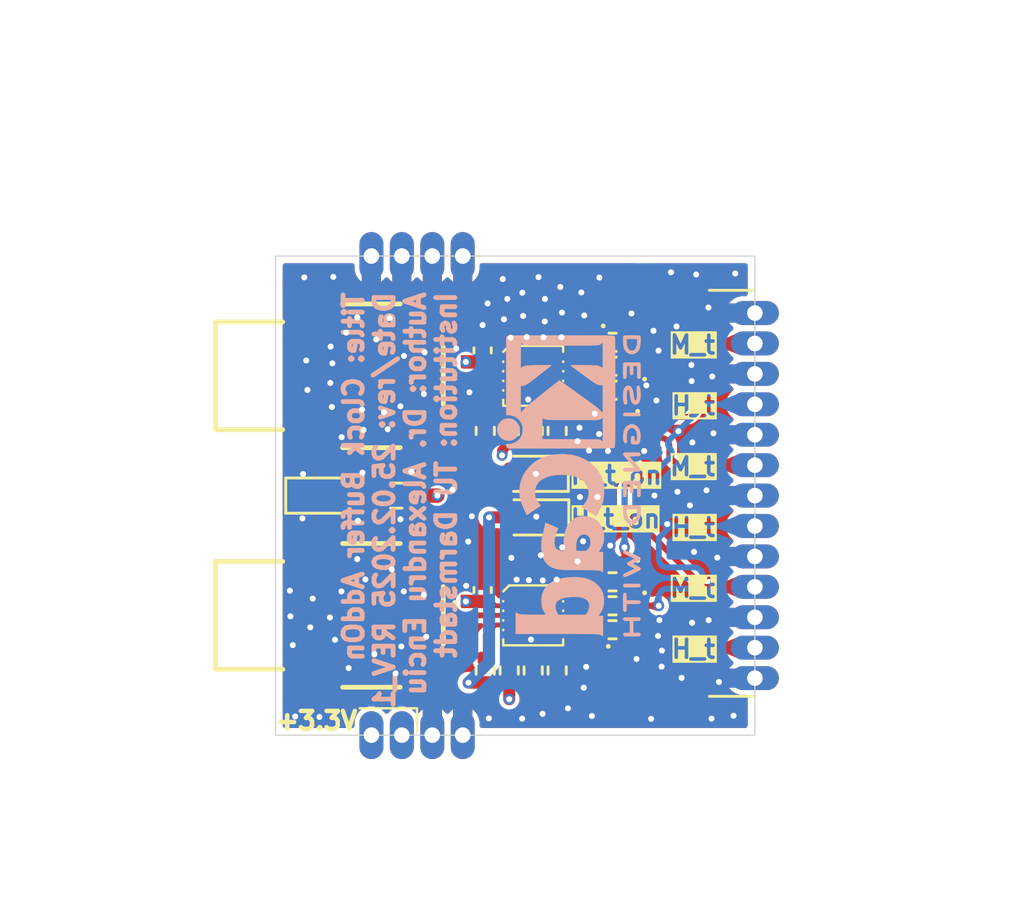
<source format=kicad_pcb>
(kicad_pcb (version 20241229) (generator "pcbnew") (generator_version "9.0")
  (title_block (title "Clock Buffer Addon") (rev "1"))
  (layers (0 "F.Cu" signal) (4 "In1.Cu" signal) (6 "In2.Cu" signal) (2 "B.Cu" signal) (13 "F.Paste" user) (15 "B.Paste" user) (5 "F.SilkS" user "F.Silkscreen") (7 "B.SilkS" user "B.Silkscreen") (1 "F.Mask" user) (3 "B.Mask" user) (25 "Edge.Cuts" user))
  (net 0 "")
  (net 1 "GND")
  (net 2 "3V3")
  (net 3 "/ClockBuffers/MasterTrigger_in")
  (net 4 "/ClockBuffers/Heimtime_in")
  (net 5 "Net-(U2-Out_3)")
  (net 6 "/ClockBuffers/MasterTrigger_out_3")
  (net 7 "/ClockBuffers/MasterTrigger_out_2")
  (net 8 "Net-(U2-Out_2)")
  (net 9 "Net-(U2-Out_1)")
  (net 10 "/ClockBuffers/MasterTrigger_out_1")
  (net 11 "/ClockBuffers/Heimtime_out_3")
  (net 12 "Net-(U4-Out_3)")
  (net 13 "Net-(U4-Out_2)")
  (net 14 "/ClockBuffers/Heimtime_out_2")
  (net 15 "Net-(U4-Out_1)")
  (net 16 "/ClockBuffers/Heimtime_out_1")
  (net 17 "/ClockBuffers/Heimtime_EN_2")
  (net 18 "/ClockBuffers/Heimtime_EN_3")
  (net 19 "/ClockBuffers/Heimtime_EN_1")
  (net 20 "/ClockBuffers/MasterTrigger_EN_3")
  (net 21 "/ClockBuffers/MasterTrigger_EN_1")
  (net 22 "/ClockBuffers/MasterTrigger_EN_2")
  (net 23 "/ClockBuffers/MasterTrigger_status")
  (net 24 "/ClockBuffers/Heimtime_status")
  (net 25 "Net-(D1-A)")
  (net 26 "Net-(D2-A)")
  (net 27 "Net-(D3-A)")
  (footprint "Resistor_SMD:R_0402_1005Metric" (layer "F.Cu") (at 99.89625 58.05 -90)
    (property "Reference" "R4" (hide yes))
    (property "Value" "0")
    (pad "1" smd roundrect (at -0.51 0 270) (size 0.54 0.64) (layers "F.Cu" "F.Mask" "F.Paste") (net 21 "/ClockBuffers/MasterTrigger_EN_1"))
    (pad "2" smd roundrect (at 0.51 0 270) (size 0.54 0.64) (layers "F.Cu" "F.Mask" "F.Paste") (net 2 "3V3"))
  )
  (footprint "Resistor_SMD:R_0402_1005Metric" (layer "F.Cu") (at 100.89625 58.05 -90)
    (property "Reference" "R8" (hide yes))
    (property "Value" "0")
    (pad "1" smd roundrect (at -0.51 0 270) (size 0.54 0.64) (layers "F.Cu" "F.Mask" "F.Paste") (net 22 "/ClockBuffers/MasterTrigger_EN_2"))
    (pad "2" smd roundrect (at 0.51 0 270) (size 0.54 0.64) (layers "F.Cu" "F.Mask" "F.Paste") (net 2 "3V3"))
  )
  (footprint "Connector_PinHeader_1.27mm:PinHeader_1x13_P1.27mm_Vertical" (layer "F.Cu") (at 109.14625 53.13)
    (property "Reference" "J3" (hide yes))
    (property "Value" "Conn_01x13_Socket" (hide yes))
    (pad "1" thru_hole oval (at 0 0) (size 2 1) (drill 0.65) (layers "*.Cu" "*.Mask") (net 1 "GND") (thermal_bridge_width 0.8) (thermal_gap 0.2))
    (pad "2" thru_hole oval (at 0 1.27) (size 2 1) (drill 0.65) (layers "*.Cu" "*.Mask") (net 6 "/ClockBuffers/MasterTrigger_out_3") (thermal_bridge_width 0.8) (thermal_gap 0.2))
    (pad "3" thru_hole oval (at 0 2.54) (size 2 1) (drill 0.65) (layers "*.Cu" "*.Mask") (net 1 "GND") (thermal_bridge_width 0.8) (thermal_gap 0.2))
    (pad "4" thru_hole oval (at 0 3.81) (size 2 1) (drill 0.65) (layers "*.Cu" "*.Mask") (net 11 "/ClockBuffers/Heimtime_out_3") (thermal_bridge_width 0.8) (thermal_gap 0.2))
    (pad "5" thru_hole oval (at 0 5.08) (size 2 1) (drill 0.65) (layers "*.Cu" "*.Mask") (net 1 "GND") (thermal_bridge_width 0.8) (thermal_gap 0.2))
    (pad "6" thru_hole oval (at 0 6.35) (size 2 1) (drill 0.65) (layers "*.Cu" "*.Mask") (net 7 "/ClockBuffers/MasterTrigger_out_2") (thermal_bridge_width 0.8) (thermal_gap 0.2))
    (pad "7" thru_hole oval (at 0 7.62) (size 2 1) (drill 0.65) (layers "*.Cu" "*.Mask") (net 1 "GND") (thermal_bridge_width 0.8) (thermal_gap 0.2))
    (pad "8" thru_hole oval (at 0 8.89) (size 2 1) (drill 0.65) (layers "*.Cu" "*.Mask") (net 14 "/ClockBuffers/Heimtime_out_2") (thermal_bridge_width 0.8) (thermal_gap 0.2))
    (pad "9" thru_hole oval (at 0 10.16) (size 2 1) (drill 0.65) (layers "*.Cu" "*.Mask") (net 1 "GND") (thermal_bridge_width 0.8) (thermal_gap 0.2))
    (pad "10" thru_hole oval (at 0 11.43) (size 2 1) (drill 0.65) (layers "*.Cu" "*.Mask") (net 10 "/ClockBuffers/MasterTrigger_out_1") (thermal_bridge_width 0.8) (thermal_gap 0.2))
    (pad "11" thru_hole oval (at 0 12.7) (size 2 1) (drill 0.65) (layers "*.Cu" "*.Mask") (net 1 "GND") (thermal_bridge_width 0.8) (thermal_gap 0.2))
    (pad "12" thru_hole oval (at 0 13.97) (size 2 1) (drill 0.65) (layers "*.Cu" "*.Mask") (net 16 "/ClockBuffers/Heimtime_out_1") (thermal_bridge_width 0.8) (thermal_gap 0.2))
    (pad "13" thru_hole oval (at 0 15.24) (size 2 1) (drill 0.65) (layers "*.Cu" "*.Mask") (net 1 "GND") (thermal_bridge_width 0.8) (thermal_gap 0.2))
  )
  (footprint "Connector_PinHeader_1.27mm:PinHeader_1x04_P1.27mm_Vertical" (layer "F.Cu") (at 96.95625 50.75 -90)
    (property "Reference" "J4" (hide yes))
    (property "Value" "Conn_01x04_Socket")
    (pad "1" thru_hole oval (at 0 0 270) (size 2 1) (drill 0.65) (layers "*.Cu" "*.Mask") (net 1 "GND") (thermal_bridge_width 0.8) (thermal_gap 0.2))
    (pad "2" thru_hole oval (at 0 1.27 270) (size 2 1) (drill 0.65) (layers "*.Cu" "*.Mask") (net 1 "GND") (thermal_bridge_width 0.8) (thermal_gap 0.2))
    (pad "3" thru_hole oval (at 0 2.54 270) (size 2 1) (drill 0.65) (layers "*.Cu" "*.Mask") (net 1 "GND") (thermal_bridge_width 0.8) (thermal_gap 0.2))
    (pad "4" thru_hole oval (at 0 3.81 270) (size 2 1) (drill 0.65) (layers "*.Cu" "*.Mask") (net 1 "GND") (thermal_bridge_width 0.8) (thermal_gap 0.2))
  )
  (footprint "Resistor_SMD:R_0402_1005Metric" (layer "F.Cu") (at 103.20625 55.35)
    (property "Reference" "R6" (hide yes))
    (property "Value" "33")
    (pad "1" smd roundrect (at -0.51 0) (size 0.54 0.64) (layers "F.Cu" "F.Mask" "F.Paste") (net 8 "Net-(U2-Out_2)"))
    (pad "2" smd roundrect (at 0.51 0) (size 0.54 0.64) (layers "F.Cu" "F.Mask" "F.Paste") (net 7 "/ClockBuffers/MasterTrigger_out_2"))
  )
  (footprint "LED_SMD:LED_0603_1608Metric" (layer "F.Cu") (at 99.87625 59.84 180)
    (property "Reference" "D2" (hide yes))
    (property "Value" "LED_yellow")
    (pad "1" smd roundrect (at -0.7875 0 180) (size 0.875 0.95) (layers "F.Cu" "F.Mask" "F.Paste") (net 1 "GND") (thermal_bridge_width 0.5) (thermal_gap 0.2))
    (pad "2" smd roundrect (at 0.7875 0 180) (size 0.875 0.95) (layers "F.Cu" "F.Mask" "F.Paste") (net 26 "Net-(D2-A)"))
  )
  (footprint "Diode_SMD:D_0201_0603Metric" (layer "F.Cu") (at 103.39625 57.23 180)
    (property "Reference" "D7" (hide yes))
    (property "Value" "SP1333-01UTG")
    (pad "1" smd roundrect (at -0.32 0 180) (size 0.46 0.4) (layers "F.Cu" "F.Mask") (net 10 "/ClockBuffers/MasterTrigger_out_1"))
    (pad "2" smd roundrect (at 0.32 0 180) (size 0.46 0.4) (layers "F.Cu" "F.Mask") (net 1 "GND"))
  )
  (footprint "AddOn_lib:SAMTEC_MCX-J-P-X-RA-SM1" (layer "F.Cu") (at 93.14625 65.75 -90)
    (property "Reference" "J2" (hide yes))
    (property "Value" "MasterTrigger" (hide yes))
    (pad "1" smd circle (at 0 0 270) (size 1.6 1.6) (layers "F.Cu" "F.Mask" "F.Paste") (net 4 "/ClockBuffers/Heimtime_in"))
    (pad "2" smd rect (at -2.54 -2.54 270) (size 1.6 1.6) (layers "F.Cu" "F.Mask" "F.Paste") (net 1 "GND") (thermal_bridge_width 0.5) (thermal_gap 0.2))
    (pad "2" smd rect (at -2.54 2.54 270) (size 1.6 1.6) (layers "F.Cu" "F.Mask" "F.Paste") (net 1 "GND") (thermal_bridge_width 0.5) (thermal_gap 0.2))
    (pad "2" smd rect (at 2.54 -2.54 270) (size 1.6 1.6) (layers "F.Cu" "F.Mask" "F.Paste") (net 1 "GND") (thermal_bridge_width 0.5) (thermal_gap 0.2))
    (pad "2" smd rect (at 2.54 2.54 270) (size 1.6 1.6) (layers "F.Cu" "F.Mask" "F.Paste") (net 1 "GND") (thermal_bridge_width 0.5) (thermal_gap 0.2))
  )
  (footprint "Diode_SMD:D_0201_0603Metric" (layer "F.Cu") (at 103.63625 67.65 -45)
    (property "Reference" "D13" (hide yes))
    (property "Value" "SP1333-01UTG")
    (pad "1" smd roundrect (at -0.32 0 315) (size 0.46 0.4) (layers "F.Cu" "F.Mask") (net 16 "/ClockBuffers/Heimtime_out_1"))
    (pad "2" smd roundrect (at 0.32 0 315) (size 0.46 0.4) (layers "F.Cu" "F.Mask") (net 1 "GND"))
  )
  (footprint "Resistor_SMD:R_0402_1005Metric" (layer "F.Cu") (at 98.89625 58.05 -90)
    (property "Reference" "R9" (hide yes))
    (property "Value" "0")
    (pad "1" smd roundrect (at -0.51 0 270) (size 0.54 0.64) (layers "F.Cu" "F.Mask" "F.Paste") (net 20 "/ClockBuffers/MasterTrigger_EN_3"))
    (pad "2" smd roundrect (at 0.51 0 270) (size 0.54 0.64) (layers "F.Cu" "F.Mask" "F.Paste") (net 2 "3V3"))
  )
  (footprint "LED_SMD:LED_0603_1608Metric" (layer "F.Cu") (at 91.05625 60.75)
    (property "Reference" "D1" (hide yes))
    (property "Value" "LED_blue")
    (pad "1" smd roundrect (at -0.7875 0) (size 0.875 0.95) (layers "F.Cu" "F.Mask" "F.Paste") (net 1 "GND"))
    (pad "2" smd roundrect (at 0.7875 0) (size 0.875 0.95) (layers "F.Cu" "F.Mask" "F.Paste") (net 25 "Net-(D1-A)"))
  )
  (footprint "Diode_SMD:D_0201_0603Metric" (layer "F.Cu") (at 103.39625 63.46 180)
    (property "Reference" "D10" (hide yes))
    (property "Value" "SP1333-01UTG")
    (pad "1" smd roundrect (at -0.32 0 180) (size 0.46 0.4) (layers "F.Cu" "F.Mask") (net 11 "/ClockBuffers/Heimtime_out_3"))
    (pad "2" smd roundrect (at 0.32 0 180) (size 0.46 0.4) (layers "F.Cu" "F.Mask") (net 1 "GND"))
  )
  (footprint "Capacitor_SMD:C_0402_1005Metric" (layer "F.Cu") (at 97.78625 64.69 90)
    (property "Reference" "C11" (hide yes))
    (property "Value" "10n")
    (pad "1" smd roundrect (at -0.48 0 90) (size 0.56 0.62) (layers "F.Cu" "F.Mask" "F.Paste") (net 2 "3V3"))
    (pad "2" smd roundrect (at 0.48 0 90) (size 0.56 0.62) (layers "F.Cu" "F.Mask" "F.Paste") (net 1 "GND"))
  )
  (footprint "Resistor_SMD:R_0402_1005Metric" (layer "F.Cu") (at 98.89625 68.05 -90)
    (property "Reference" "R3" (hide yes))
    (property "Value" "0")
    (pad "1" smd roundrect (at -0.51 0 270) (size 0.54 0.64) (layers "F.Cu" "F.Mask" "F.Paste") (net 18 "/ClockBuffers/Heimtime_EN_3"))
    (pad "2" smd roundrect (at 0.51 0 270) (size 0.54 0.64) (layers "F.Cu" "F.Mask" "F.Paste") (net 2 "3V3"))
  )
  (footprint "Diode_SMD:D_0201_0603Metric" (layer "F.Cu") (at 103.42625 53.06 45)
    (property "Reference" "D11" (hide yes))
    (property "Value" "SP1333-01UTG")
    (pad "1" smd roundrect (at -0.32 0 45) (size 0.46 0.4) (layers "F.Cu" "F.Mask") (net 6 "/ClockBuffers/MasterTrigger_out_3"))
    (pad "2" smd roundrect (at 0.32 0 45) (size 0.46 0.4) (layers "F.Cu" "F.Mask") (net 1 "GND"))
  )
  (footprint "Resistor_SMD:R_0402_1005Metric" (layer "F.Cu") (at 103.20625 54.35)
    (property "Reference" "R5" (hide yes))
    (property "Value" "33")
    (pad "1" smd roundrect (at -0.51 0) (size 0.54 0.64) (layers "F.Cu" "F.Mask" "F.Paste") (net 5 "Net-(U2-Out_3)"))
    (pad "2" smd roundrect (at 0.51 0) (size 0.54 0.64) (layers "F.Cu" "F.Mask" "F.Paste") (net 6 "/ClockBuffers/MasterTrigger_out_3"))
  )
  (footprint "Resistor_SMD:R_0402_1005Metric" (layer "F.Cu") (at 97.89625 68.05 90)
    (property "Reference" "R12" (hide yes))
    (property "Value" "680")
    (pad "1" smd roundrect (at -0.51 0 90) (size 0.54 0.64) (layers "F.Cu" "F.Mask" "F.Paste") (net 27 "Net-(D3-A)"))
    (pad "2" smd roundrect (at 0.51 0 90) (size 0.54 0.64) (layers "F.Cu" "F.Mask" "F.Paste") (net 24 "/ClockBuffers/Heimtime_status"))
  )
  (footprint "Resistor_SMD:R_0402_1005Metric" (layer "F.Cu") (at 97.89625 58.05 90)
    (property "Reference" "R11" (hide yes))
    (property "Value" "680")
    (pad "1" smd roundrect (at -0.51 0 90) (size 0.54 0.64) (layers "F.Cu" "F.Mask" "F.Paste") (net 26 "Net-(D2-A)"))
    (pad "2" smd roundrect (at 0.51 0 90) (size 0.54 0.64) (layers "F.Cu" "F.Mask" "F.Paste") (net 23 "/ClockBuffers/MasterTrigger_status"))
  )
  (footprint "AddOn_lib:SAMTEC_MCX-J-P-X-RA-SM1" (layer "F.Cu") (at 93.14625 55.75 -90)
    (property "Reference" "J1" (hide yes))
    (property "Value" "Heimtime" (hide yes))
    (pad "1" smd circle (at 0 0 270) (size 1.6 1.6) (layers "F.Cu" "F.Mask" "F.Paste") (net 3 "/ClockBuffers/MasterTrigger_in"))
    (pad "2" smd rect (at -2.54 -2.54 270) (size 1.6 1.6) (layers "F.Cu" "F.Mask" "F.Paste") (net 1 "GND") (thermal_bridge_width 0.5) (thermal_gap 0.2))
    (pad "2" smd rect (at -2.54 2.54 270) (size 1.6 1.6) (layers "F.Cu" "F.Mask" "F.Paste") (net 1 "GND") (thermal_bridge_width 0.5) (thermal_gap 0.2))
    (pad "2" smd rect (at 2.54 -2.54 270) (size 1.6 1.6) (layers "F.Cu" "F.Mask" "F.Paste") (net 1 "GND") (thermal_bridge_width 0.5) (thermal_gap 0.2))
    (pad "2" smd rect (at 2.54 2.54 270) (size 1.6 1.6) (layers "F.Cu" "F.Mask" "F.Paste") (net 1 "GND") (thermal_bridge_width 0.5) (thermal_gap 0.2))
  )
  (footprint "Resistor_SMD:R_0402_1005Metric" (layer "F.Cu") (at 99.89625 68.05 -90)
    (property "Reference" "R1" (hide yes))
    (property "Value" "0")
    (pad "1" smd roundrect (at -0.51 0 270) (size 0.54 0.64) (layers "F.Cu" "F.Mask" "F.Paste") (net 19 "/ClockBuffers/Heimtime_EN_1"))
    (pad "2" smd roundrect (at 0.51 0 270) (size 0.54 0.64) (layers "F.Cu" "F.Mask" "F.Paste") (net 2 "3V3"))
  )
  (footprint "Capacitor_SMD:C_0402_1005Metric" (layer "F.Cu") (at 97.78625 54.69 90)
    (property "Reference" "C1" (hide yes))
    (property "Value" "10n")
    (pad "1" smd roundrect (at -0.48 0 90) (size 0.56 0.62) (layers "F.Cu" "F.Mask" "F.Paste") (net 2 "3V3"))
    (pad "2" smd roundrect (at 0.48 0 90) (size 0.56 0.62) (layers "F.Cu" "F.Mask" "F.Paste") (net 1 "GND"))
  )
  (footprint "Resistor_SMD:R_0402_1005Metric" (layer "F.Cu") (at 103.20625 64.35)
    (property "Reference" "R14" (hide yes))
    (property "Value" "33")
    (pad "1" smd roundrect (at -0.51 0) (size 0.54 0.64) (layers "F.Cu" "F.Mask" "F.Paste") (net 12 "Net-(U4-Out_3)"))
    (pad "2" smd roundrect (at 0.51 0) (size 0.54 0.64) (layers "F.Cu" "F.Mask" "F.Paste") (net 11 "/ClockBuffers/Heimtime_out_3"))
  )
  (footprint "Diode_SMD:D_0201_0603Metric" (layer "F.Cu") (at 96.62625 56.07 -90)
    (property "Reference" "D5" (hide yes))
    (property "Value" "SP1333-01UTG")
    (pad "1" smd roundrect (at -0.32 0 270) (size 0.46 0.4) (layers "F.Cu" "F.Mask") (net 3 "/ClockBuffers/MasterTrigger_in"))
    (pad "2" smd roundrect (at 0.32 0 270) (size 0.46 0.4) (layers "F.Cu" "F.Mask") (net 1 "GND"))
  )
  (footprint "AddOn_lib:5PB1213NTGK8" (layer "F.Cu") (at 99.89625 55.75 -90)
    (property "Reference" "U2" (hide yes))
    (property "Value" "5PB1213NTGK8")
    (pad "1" smd rect (at -0.8 1 270) (size 0.2 0.75) (layers "F.Cu" "F.Mask" "F.Paste") (net 1 "GND") (thermal_bridge_width 0.2) (thermal_gap 0.2))
    (pad "1" smd roundrect (at 0 0 270) (size 1.5 0.95) (layers "F.Cu" "F.Mask" "F.Paste") (roundrect_rratio 0) (chamfer_ratio 0.2) (chamfer bottom_left) (net 1 "GND"))
    (pad "2" smd rect (at -0.4 1 270) (size 0.2 0.75) (layers "F.Cu" "F.Mask" "F.Paste") (net 2 "3V3"))
    (pad "3" smd rect (at 0 1 270) (size 0.2 0.75) (layers "F.Cu" "F.Mask" "F.Paste") (net 3 "/ClockBuffers/MasterTrigger_in"))
    (pad "4" smd rect (at 0.4 1 270) (size 0.2 0.75) (layers "F.Cu" "F.Mask" "F.Paste") (net 23 "/ClockBuffers/MasterTrigger_status"))
    (pad "5" smd rect (at 0.8 1 270) (size 0.2 0.75) (layers "F.Cu" "F.Mask" "F.Paste") (net 20 "/ClockBuffers/MasterTrigger_EN_3"))
    (pad "6" smd rect (at 0.8 -1 270) (size 0.2 0.75) (layers "F.Cu" "F.Mask" "F.Paste") (net 21 "/ClockBuffers/MasterTrigger_EN_1"))
    (pad "7" smd rect (at 0.4 -1 270) (size 0.2 0.75) (layers "F.Cu" "F.Mask" "F.Paste") (net 22 "/ClockBuffers/MasterTrigger_EN_2"))
    (pad "8" smd rect (at 0 -1 270) (size 0.2 0.75) (layers "F.Cu" "F.Mask" "F.Paste") (net 9 "Net-(U2-Out_1)"))
    (pad "9" smd rect (at -0.4 -1 270) (size 0.2 0.75) (layers "F.Cu" "F.Mask" "F.Paste") (net 8 "Net-(U2-Out_2)"))
    (pad "10" smd rect (at -0.8 -1 270) (size 0.2 0.75) (layers "F.Cu" "F.Mask" "F.Paste") (net 5 "Net-(U2-Out_3)"))
  )
  (footprint "Resistor_SMD:R_0402_1005Metric" (layer "F.Cu") (at 103.20625 66.35)
    (property "Reference" "R16" (hide yes))
    (property "Value" "33")
    (pad "1" smd roundrect (at -0.51 0) (size 0.54 0.64) (layers "F.Cu" "F.Mask" "F.Paste") (net 15 "Net-(U4-Out_1)"))
    (pad "2" smd roundrect (at 0.51 0) (size 0.54 0.64) (layers "F.Cu" "F.Mask" "F.Paste") (net 16 "/ClockBuffers/Heimtime_out_1"))
  )
  (footprint "Diode_SMD:D_0201_0603Metric" (layer "F.Cu") (at 104.54625 55.03 90)
    (property "Reference" "D9" (hide yes))
    (property "Value" "SP1333-01UTG")
    (pad "1" smd roundrect (at -0.32 0 90) (size 0.46 0.4) (layers "F.Cu" "F.Mask") (net 7 "/ClockBuffers/MasterTrigger_out_2"))
    (pad "2" smd roundrect (at 0.32 0 90) (size 0.46 0.4) (layers "F.Cu" "F.Mask") (net 1 "GND"))
  )
  (footprint "Diode_SMD:D_0201_0603Metric" (layer "F.Cu") (at 96.62625 66.07 -90)
    (property "Reference" "D6" (hide yes))
    (property "Value" "SP1333-01UTG")
    (pad "1" smd roundrect (at -0.32 0 270) (size 0.46 0.4) (layers "F.Cu" "F.Mask") (net 4 "/ClockBuffers/Heimtime_in"))
    (pad "2" smd roundrect (at 0.32 0 270) (size 0.46 0.4) (layers "F.Cu" "F.Mask") (net 1 "GND"))
  )
  (footprint "Connector_PinHeader_1.27mm:PinHeader_1x04_P1.27mm_Vertical" (layer "F.Cu") (at 96.95625 70.75 -90)
    (property "Reference" "J5" (hide yes))
    (property "Value" "Conn_01x04_Socket")
    (pad "1" thru_hole oval (at 0 0 270) (size 2 1) (drill 0.65) (layers "*.Cu" "*.Mask") (net 1 "GND") (thermal_bridge_width 0.8) (thermal_gap 0.2))
    (pad "2" thru_hole oval (at 0 1.27 270) (size 2 1) (drill 0.65) (layers "*.Cu" "*.Mask") (net 1 "GND") (thermal_bridge_width 0.8) (thermal_gap 0.2))
    (pad "3" thru_hole oval (at 0 2.54 270) (size 2 1) (drill 0.65) (layers "*.Cu" "*.Mask") (net 2 "3V3"))
    (pad "4" thru_hole oval (at 0 3.81 270) (size 2 1) (drill 0.65) (layers "*.Cu" "*.Mask") (net 2 "3V3"))
  )
  (footprint "Resistor_SMD:R_0402_1005Metric" (layer "F.Cu") (at 100.89625 68.05 -90)
    (property "Reference" "R2" (hide yes))
    (property "Value" "0")
    (pad "1" smd roundrect (at -0.51 0 270) (size 0.54 0.64) (layers "F.Cu" "F.Mask" "F.Paste") (net 17 "/ClockBuffers/Heimtime_EN_2"))
    (pad "2" smd roundrect (at 0.51 0 270) (size 0.54 0.64) (layers "F.Cu" "F.Mask" "F.Paste") (net 2 "3V3"))
  )
  (footprint "Resistor_SMD:R_0402_1005Metric" (layer "F.Cu") (at 103.20625 56.35)
    (property "Reference" "R7" (hide yes))
    (property "Value" "33")
    (pad "1" smd roundrect (at -0.51 0) (size 0.54 0.64) (layers "F.Cu" "F.Mask" "F.Paste") (net 9 "Net-(U2-Out_1)"))
    (pad "2" smd roundrect (at 0.51 0) (size 0.54 0.64) (layers "F.Cu" "F.Mask" "F.Paste") (net 10 "/ClockBuffers/MasterTrigger_out_1"))
  )
  (footprint "Diode_SMD:D_0201_0603Metric" (layer "F.Cu") (at 104.54625 65.67 -90)
    (property "Reference" "D8" (hide yes))
    (property "Value" "SP1333-01UTG")
    (pad "1" smd roundrect (at -0.32 0 270) (size 0.46 0.4) (layers "F.Cu" "F.Mask") (net 14 "/ClockBuffers/Heimtime_out_2"))
    (pad "2" smd roundrect (at 0.32 0 270) (size 0.46 0.4) (layers "F.Cu" "F.Mask") (net 1 "GND"))
  )
  (footprint "Resistor_SMD:R_0603_1608Metric" (layer "F.Cu") (at 94.18625 60.75)
    (property "Reference" "R10" (hide yes))
    (property "Value" "0")
    (pad "1" smd roundrect (at -0.825 0) (size 0.8 0.95) (layers "F.Cu" "F.Mask" "F.Paste") (net 25 "Net-(D1-A)"))
    (pad "2" smd roundrect (at 0.825 0) (size 0.8 0.95) (layers "F.Cu" "F.Mask" "F.Paste") (net 2 "3V3"))
  )
  (footprint "AddOn_lib:5PB1213NTGK8" (layer "F.Cu") (at 99.89625 65.75 -90)
    (property "Reference" "U4" (hide yes))
    (property "Value" "5PB1213NTGK8")
    (pad "1" smd rect (at -0.8 1 270) (size 0.2 0.75) (layers "F.Cu" "F.Mask" "F.Paste") (net 1 "GND") (thermal_bridge_width 0) (thermal_gap 0))
    (pad "1" smd roundrect (at 0 0 270) (size 1.5 0.95) (layers "F.Cu" "F.Mask" "F.Paste") (roundrect_rratio 0) (chamfer_ratio 0.2) (chamfer bottom_left) (net 1 "GND"))
    (pad "2" smd rect (at -0.4 1 270) (size 0.2 0.75) (layers "F.Cu" "F.Mask" "F.Paste") (net 2 "3V3"))
    (pad "3" smd rect (at 0 1 270) (size 0.2 0.75) (layers "F.Cu" "F.Mask" "F.Paste") (net 4 "/ClockBuffers/Heimtime_in"))
    (pad "4" smd rect (at 0.4 1 270) (size 0.2 0.75) (layers "F.Cu" "F.Mask" "F.Paste") (net 24 "/ClockBuffers/Heimtime_status"))
    (pad "5" smd rect (at 0.8 1 270) (size 0.2 0.75) (layers "F.Cu" "F.Mask" "F.Paste") (net 18 "/ClockBuffers/Heimtime_EN_3"))
    (pad "6" smd rect (at 0.8 -1 270) (size 0.2 0.75) (layers "F.Cu" "F.Mask" "F.Paste") (net 19 "/ClockBuffers/Heimtime_EN_1"))
    (pad "7" smd rect (at 0.4 -1 270) (size 0.2 0.75) (layers "F.Cu" "F.Mask" "F.Paste") (net 17 "/ClockBuffers/Heimtime_EN_2"))
    (pad "8" smd rect (at 0 -1 270) (size 0.2 0.75) (layers "F.Cu" "F.Mask" "F.Paste") (net 15 "Net-(U4-Out_1)"))
    (pad "9" smd rect (at -0.4 -1 270) (size 0.2 0.75) (layers "F.Cu" "F.Mask" "F.Paste") (net 13 "Net-(U4-Out_2)"))
    (pad "10" smd rect (at -0.8 -1 270) (size 0.2 0.75) (layers "F.Cu" "F.Mask" "F.Paste") (net 12 "Net-(U4-Out_3)"))
  )
  (footprint "Resistor_SMD:R_0402_1005Metric" (layer "F.Cu") (at 103.20625 65.35)
    (property "Reference" "R15" (hide yes))
    (property "Value" "33")
    (pad "1" smd roundrect (at -0.51 0) (size 0.54 0.64) (layers "F.Cu" "F.Mask" "F.Paste") (net 13 "Net-(U4-Out_2)"))
    (pad "2" smd roundrect (at 0.51 0) (size 0.54 0.64) (layers "F.Cu" "F.Mask" "F.Paste") (net 14 "/ClockBuffers/Heimtime_out_2"))
  )
  (footprint "LED_SMD:LED_0603_1608Metric" (layer "F.Cu") (at 99.89625 61.66 180)
    (property "Reference" "D3" (hide yes))
    (property "Value" "LED_red")
    (pad "1" smd roundrect (at -0.7875 0 180) (size 0.875 0.95) (layers "F.Cu" "F.Mask" "F.Paste") (net 1 "GND"))
    (pad "2" smd roundrect (at 0.7875 0 180) (size 0.875 0.95) (layers "F.Cu" "F.Mask" "F.Paste") (net 27 "Net-(D3-A)"))
  )
  (footprint "Symbol:KiCad-Logo2_5mm_SilkScreen" (layer "B.Cu") (at 101.37625 60.338 -90)
    (property "Reference" "REF**" (hide yes))
    (property "Value" "KiCad-Logo2_5mm_SilkScreen" (hide yes))
  )
  (gr_rect (start 89.54625 56.9) (end 89.76625 59.48) (stroke (width 0.2)) (fill yes) (layer "F.Cu") (net 1))
  (gr_rect (start 89.54625 67.05) (end 89.76625 69.63) (stroke (width 0.2)) (fill yes) (layer "F.Cu") (net 1))
  (gr_rect (start 96.96625 64.99) (end 97.99625 65.35) (stroke (width 0.2)) (fill yes) (layer "F.Cu") (net 2))
  (gr_rect (start 96.97625 54.99) (end 97.99625 55.35) (stroke (width 0.2)) (fill yes) (layer "F.Cu") (net 2))
  (gr_rect (start 89.54625 62.21) (end 89.76625 64.28) (stroke (width 0.2)) (fill yes) (layer "F.Cu") (net 1))
  (gr_rect (start 89.54625 51.76) (end 89.76625 54.34) (stroke (width 0.2)) (fill yes) (layer "F.Cu") (net 1))
  (gr_line (start 95.04625 69.63) (end 92.65625 69.63) (stroke (width 0.1)) (layer "F.SilkS"))
  (gr_line (start 95.04625 70.61) (end 95.04625 69.63) (stroke (width 0.1)) (layer "F.SilkS"))
  (gr_rect (start 89.14625 50.75) (end 109.14625 70.75) (stroke (width 0.05)) (fill no) (layer "Edge.Cuts"))
  (gr_text "M_t" (at 105.51625 59.978 0) (layer "F.SilkS" knockout) (effects (font (size 0.75 0.75) (thickness 0.15) (bold yes)) (justify left bottom)))
  (gr_text "M_t" (at 105.51625 54.898 0) (layer "F.SilkS" knockout) (effects (font (size 0.75 0.75) (thickness 0.15) (bold yes)) (justify left bottom)))
  (gr_text "H_t_on" (at 101.37625 62.158 0) (layer "F.SilkS" knockout) (effects (font (size 0.75 0.75) (thickness 0.15) (bold yes)) (justify left bottom)))
  (gr_text "M_t_on" (at 101.37625 60.338 0) (layer "F.SilkS" knockout) (effects (font (size 0.75 0.75) (thickness 0.15) (bold yes)) (justify left bottom)))
  (gr_text "H_t" (at 105.587679 67.598 0) (layer "F.SilkS" knockout) (effects (font (size 0.75 0.75) (thickness 0.15) (bold yes)) (justify left bottom)))
  (gr_text "M_t" (at 105.51625 65.058 0) (layer "F.SilkS" knockout) (effects (font (size 0.75 0.75) (thickness 0.15) (bold yes)) (justify left bottom)))
  (gr_text "+3.3V" (at 89.04625 70.59 0) (layer "F.SilkS") (effects (font (size 0.75 0.75) (thickness 0.1875) (bold yes)) (justify left bottom)))
  (gr_text "H_t" (at 105.587679 57.438 0) (layer "F.SilkS" knockout) (effects (font (size 0.75 0.75) (thickness 0.15) (bold yes)) (justify left bottom)))
  (gr_text "H_t" (at 105.587679 62.518 0) (layer "F.SilkS" knockout) (effects (font (size 0.75 0.75) (thickness 0.15) (bold yes)) (justify left bottom)))
  (gr_text "Title: Clock Buffer AddOn\nDate/rev: 25.02.2025 REV_1\nAuthor: Dr. Alexandru Enciu\nInstitution: TU Darmstadt" (at 96.73625 52.16 90) (layer "B.SilkS") (effects (font (size 0.8 0.8) (thickness 0.2) (bold yes)) (justify left bottom mirror)))
  (via (at 100.21625 63.24) (size 0.45) (drill 0.25) (layers "F.Cu" "B.Cu") (net 1))
  (via (at 99.68625 56.74) (size 0.45) (drill 0.25) (layers "F.Cu" "B.Cu") (net 1))
  (via (at 98.81625 52.54) (size 0.45) (drill 0.25) (layers "F.Cu" "B.Cu") (net 1))
  (via (at 101.34625 69.63) (size 0.45) (drill 0.25) (layers "F.Cu" "B.Cu") (net 1))
  (via (at 100.00625 59.84) (size 0.45) (drill 0.25) (layers "F.Cu" "B.Cu") (net 1))
  (via (at 102.22625 58.87) (size 0.45) (drill 0.25) (layers "F.Cu" "B.Cu") (net 1))
  (via (at 107.20625 52.9) (size 0.45) (drill 0.25) (layers "F.Cu" "B.Cu") (net 1))
  (via (at 100.32625 54.14) (size 0.45) (drill 0.25) (layers "F.Cu" "B.Cu") (net 1))
  (via (at 94.35625 57.02) (size 0.45) (drill 0.25) (layers "F.Cu" "B.Cu") (net 1))
  (via (at 103.01625 58.89) (size 0.45) (drill 0.25) (layers "F.Cu" "B.Cu") (net 1))
  (via (at 95.43625 66.64) (size 0.45) (drill 0.25) (layers "F.Cu" "B.Cu") (net 1))
  (via (at 100.02625 61.63) (size 0.45) (drill 0.25) (layers "F.Cu" "B.Cu") (net 1))
  (via (at 107.12625 60.53) (size 0.45) (drill 0.25) (layers "F.Cu" "B.Cu") (net 1))
  (via (at 103.99625 53.15) (size 0.45) (drill 0.25) (layers "F.Cu" "B.Cu") (net 1))
  (via (at 107.21625 65.95) (size 0.45) (drill 0.25) (layers "F.Cu" "B.Cu") (net 1))
  (via (at 90.26625 61.7) (size 0.45) (drill 0.25) (layers "F.Cu" "B.Cu") (net 1))
  (via (at 90.69625 65.05) (size 0.45) (drill 0.25) (layers "F.Cu" "B.Cu") (net 1))
  (via (at 98.67625 53.39) (size 0.45) (drill 0.25) (layers "F.Cu" "B.Cu") (net 1))
  (via (at 105.95625 58.06) (size 0.45) (drill 0.25) (layers "F.Cu" "B.Cu") (net 1))
  (via (at 94.818289 59.752037) (size 0.45) (drill 0.25) (layers "F.Cu" "B.Cu") (net 1))
  (via (at 99.47625 53.25) (size 0.45) (drill 0.25) (layers "F.Cu" "B.Cu") (net 1))
  (via (at 105.87625 53.69) (size 0.45) (drill 0.25) (layers "F.Cu" "B.Cu") (net 1))
  (via (at 89.76625 65.79) (size 0.45) (drill 0.25) (layers "F.Cu" "B.Cu") (net 1))
  (via (at 92.77625 59.79) (size 0.45) (drill 0.25) (layers "F.Cu" "B.Cu") (net 1))
  (via (at 97.78625 53.63) (size 0.45) (drill 0.25) (layers "F.Cu" "B.Cu") (net 1))
  (via (at 106.52625 66.06) (size 0.45) (drill 0.25) (layers "F.Cu" "B.Cu") (net 1))
  (via (at 93.82625 57.98) (size 0.45) (drill 0.25) (layers "F.Cu" "B.Cu") (net 1))
  (via (at 101.10625 62.91) (size 0.45) (drill 0.25) (layers "F.Cu" "B.Cu") (net 1))
  (via (at 98.98625 63.35) (size 0.45) (drill 0.25) (layers "F.Cu" "B.Cu") (net 1))
  (via (at 97.33625 61.61) (size 0.45) (drill 0.25) (layers "F.Cu" "B.Cu") (net 1))
  (via (at 90.97625 69.99) (size 0.45) (drill 0.25) (layers "F.Cu" "B.Cu") (net 1))
  (via (at 106.43625 61.16) (size 0.45) (drill 0.25) (layers "F.Cu" "B.Cu") (net 1))
  (via (at 97.18625 62.67) (size 0.45) (drill 0.25) (layers "F.Cu" "B.Cu") (net 1))
  (via (at 90.34625 51.64) (size 0.45) (drill 0.25) (layers "F.Cu" "B.Cu") (net 1))
  (via (at 91.41625 65.84) (size 0.45) (drill 0.25) (layers "F.Cu" "B.Cu") (net 1))
  (via (at 100.87625 64.26) (size 0.45) (drill 0.25) (layers "F.Cu" "B.Cu") (net 1))
  (via (at 92.55625 63.4) (size 0.45) (drill 0.25) (layers "F.Cu" "B.Cu") (net 1))
  (via (at 100.11625 51.63) (size 0.45) (drill 0.25) (layers "F.Cu" "B.Cu") (net 1))
  (via (at 94.50625 54.92) (size 0.45) (drill 0.25) (layers "F.Cu" "B.Cu") (net 1))
  (via (at 93.34625 54.23) (size 0.45) (drill 0.25) (layers "F.Cu" "B.Cu") (net 1))
  (via (at 98.62625 51.71) (size 0.45) (drill 0.25) (layers "F.Cu" "B.Cu") (net 1))
  (via (at 92.19625 67.95) (size 0.45) (drill 0.25) (layers "F.Cu" "B.Cu") (net 1))
  (via (at 99.20625 64.26) (size 0.45) (drill 0.25) (layers "F.Cu" "B.Cu") (net 1))
  (via (at 93.66625 57.27) (size 0.45) (drill 0.25) (layers "F.Cu" "B.Cu") (net 1))
  (via (at 94.39625 67.05) (size 0.45) (drill 0.25) (layers "F.Cu" "B.Cu") (net 1))
  (via (at 107.64625 68.53) (size 0.45) (drill 0.25) (layers "F.Cu" "B.Cu") (net 1))
  (via (at 106.50625 55.97) (size 0.45) (drill 0.25) (layers "F.Cu" "B.Cu") (net 1))
  (via (at 107.36625 55.78) (size 0.45) (drill 0.25) (layers "F.Cu" "B.Cu") (net 1))
  (via (at 96.68625 54.61) (size 0.45) (drill 0.25) (layers "F.Cu" "B.Cu") (net 1))
  (via (at 99.80625 66.76) (size 0.45) (drill 0.25) (layers "F.Cu" "B.Cu") (net 1))
  (via (at 89.96625 69.97) (size 0.45) (drill 0.25) (layers "F.Cu" "B.Cu") (net 1))
  (via (at 105.164127 65.949355) (size 0.45) (drill 0.25) (layers "F.Cu" "B.Cu") (net 1))
  (via (at 100.28625 69.86) (size 0.45) (drill 0.25) (layers "F.Cu" "B.Cu") (net 1))
  (via (at 104.20625 67.57) (size 0.45) (drill 0.25) (layers "F.Cu" "B.Cu") (net 1))
  (via (at 103.110564 62.838159) (size 0.45) (drill 0.25) (layers "F.Cu" "B.Cu") (net 1))
  (via (at 105.64625 51.43) (size 0.45) (drill 0.25) (layers "F.Cu" "B.Cu") (net 1))
  (via (at 89.86625 66.99) (size 0.45) (drill 0.25) (layers "F.Cu" "B.Cu") (net 1))
  (via (at 100.37625 53.48) (size 0.45) (drill 0.25) (layers "F.Cu" "B.Cu") (net 1))
  (via (at 104.81625 70.07) (size 0.45) (drill 0.25) (layers "F.Cu" "B.Cu") (net 1))
  (via (at 105.03625 56.78) (size 0.45) (drill 0.25) (layers "F.Cu" "B.Cu") (net 1))
  (via (at 108.25625 69.94) (size 0.45) (drill 0.25) (layers "F.Cu" "B.Cu") (net 1))
  (via (at 101.74625 63.5) (size 0.45) (drill 0.25) (layers "F.Cu" "B.Cu") (net 1))
  (via (at 102.00625 68.77) (size 0.45) (drill 0.25) (layers "F.Cu" "B.Cu") (net 1))
  (via (at 92.09625 53.95) (size 0.45) (drill 0.25) (layers "F.Cu" "B.Cu") (net 1))
  (via (at 101.90625 52.27) (size 0.45) (drill 0.25) (layers "F.Cu" "B.Cu") (net 1))
  (via (at 94.15625 68.17) (size 0.45) (drill 0.25) (layers "F.Cu" "B.Cu") (net 1))
  (via (at 101.07625 54.14) (size 0.45) (drill 0.25) (layers "F.Cu" "B.Cu") (net 1))
  (via (at 104.95625 60.75) (size 0.45) (drill 0.25) (layers "F.Cu" "B.Cu") (net 1))
  (via (at 97.23625 56.44) (size 0.45) (drill 0.25) (layers "F.Cu" "B.Cu") (net 1))
  (via (at 90.59625 66.25) (size 0.45) (drill 0.25) (layers "F.Cu" "B.Cu") (net 1))
  (via (at 107.41625 58.15) (size 0.45) (drill 0.25) (layers "F.Cu" "B.Cu") (net 1))
  (via (at 107.57625 63.34) (size 0.45) (drill 0.25) (layers "F.Cu" "B.Cu") (net 1))
  (via (at 98.95625 54.16) (size 0.45) (drill 0.25) (layers "F.Cu" "B.Cu") (net 1))
  (via (at 96.522972 60.499311) (size 0.45) (drill 0.25) (layers "F.Cu" "B.Cu") (net 1))
  (via (at 91.51625 55.23) (size 0.45) (drill 0.25) (layers "F.Cu" "B.Cu") (net 1))
  (via (at 92.89625 64.25) (size 0.45) (drill 0.25) (layers "F.Cu" "B.Cu") (net 1))
  (via (at 99.43625 70.06) (size 0.45) (drill 0.25) (layers "F.Cu" "B.Cu") (net 1))
  (via (at 91.62625 66.77) (size 0.45) (drill 0.25) (layers "F.Cu" "B.Cu") (net 1))
  (via (at 101.84625 60.81) (size 0.45) (drill 0.25) (layers "F.Cu" "B.Cu") (net 1))
  (via (at 99.443773 52.281263) (size 0.45) (drill 0.25) (layers "F.Cu" "B.Cu") (net 1))
  (via (at 108.32625 51.48) (size 0.45) (drill 0.25) (layers "F.Cu" "B.Cu") (net 1))
  (via (at 100.38625 52.54) (size 0.45) (drill 0.25) (layers "F.Cu" "B.Cu") (net 1))
  (via (at 104.91625 53.87) (size 0.45) (drill 0.25) (layers "F.Cu" "B.Cu") (net 1))
  (via (at 101.09625 53.11) (size 0.45) (drill 0.25) (layers "F.Cu" "B.Cu") (net 1))
  (via (at 101.82625 57.92) (size 0.45) (drill 0.25) (layers "F.Cu" "B.Cu") (net 1))
  (via (at 105.10625 66.61) (size 0.45) (drill 0.25) (layers "F.Cu" "B.Cu") (net 1))
  (via (at 105.48625 61.94) (size 0.45) (drill 0.25) (layers "F.Cu" "B.Cu") (net 1))
  (via (at 95.36625 54.77) (size 0.45) (drill 0.25) (layers "F.Cu" "B.Cu") (net 1))
  (via (at 106.49625 55.3) (size 0.45) (drill 0.25) (layers "F.Cu" "B.Cu") (net 1))
  (via (at 99.62625 54.13) (size 0.45) (drill 0.25) (layers "F.Cu" "B.Cu") (net 1))
  (via (at 102.02625 53.23) (size 0.45) (drill 0.25) (layers "F.Cu" "B.Cu") (net 1))
  (via (at 102.10625 67.9) (size 0.45) (drill 0.25) (layers "F.Cu" "B.Cu") (net 1))
  (via (at 91.44625 54.53) (size 0.45) (drill 0.25) (layers "F.Cu" "B.Cu") (net 1))
  (via (at 105.25625 67.89) (size 0.45) (drill 0.25) (layers "F.Cu" "B.Cu") (net 1))
  (via (at 97.99625 52.73) (size 0.45) (drill 0.25) (layers "F.Cu" "B.Cu") (net 1))
  (via (at 105.12625 54.7) (size 0.45) (drill 0.25) (layers "F.Cu" "B.Cu") (net 1))
  (via (at 97.100532 64.515) (size 0.45) (drill 0.25) (layers "F.Cu" "B.Cu") (net 1))
  (via (at 90.47625 56.34) (size 0.45) (drill 0.25) (layers "F.Cu" "B.Cu") (net 1))
  (via (at 92.75625 57.16) (size 0.45) (drill 0.25) (layers "F.Cu" "B.Cu") (net 1))
  (via (at 107.33625 70.06) (size 0.45) (drill 0.25) (layers "F.Cu" "B.Cu") (net 1))
  (via (at 91.49625 57.05) (size 0.45) (drill 0.25) (layers "F.Cu" "B.Cu") (net 1))
  (via (at 99.71625 64.28) (size 0.45) (drill 0.25) (layers "F.Cu" "B.Cu") (net 1))
  (via (at 92.55625 53.31) (size 0.45) (drill 0.25) (layers "F.Cu" "B.Cu") (net 1))
  (via (at 90.42625 55.11) (size 0.45) (drill 0.25) (layers "F.Cu" "B.Cu") (net 1))
  (via (at 91.433048 56.048181) (size 0.45) (drill 0.25) (layers "F.Cu" "B.Cu") (net 1))
  (via (at 93.27625 67.37) (size 0.45) (drill 0.25) (layers "F.Cu" "B.Cu") (net 1))
  (via (at 102.65625 51.65) (size 0.45) (drill 0.25) (layers "F.Cu" "B.Cu") (net 1))
  (via (at 106.53625 58.53) (size 0.45) (drill 0.25) (layers "F.Cu" "B.Cu") (net 1))
  (via (at 94.35625 61.74) (size 0.45) (drill 0.25) (layers "F.Cu" "B.Cu") (net 1))
  (via (at 89.74625 64.72) (size 0.45) (drill 0.25) (layers "F.Cu" "B.Cu") (net 1))
  (via (at 101.74625 58.48) (size 0.45) (drill 0.25) (layers "F.Cu" "B.Cu") (net 1))
  (via (at 92.58625 61.8) (size 0.45) (drill 0.25) (layers "F.Cu" "B.Cu") (net 1))
  (via (at 102.34625 69.95) (size 0.45) (drill 0.25) (layers "F.Cu" "B.Cu") (net 1))
  (via (at 93.90625 53.34) (size 0.45) (drill 0.25) (layers "F.Cu" "B.Cu") (net 1))
  (via (at 95.33625 64.89) (size 0.45) (drill 0.25) (layers "F.Cu" "B.Cu") (net 1))
  (via (at 102.46625 57.33) (size 0.45) (drill 0.25) (layers "F.Cu" "B.Cu") (net 1))
  (via (at 106.60625 63.1) (size 0.45) (drill 0.25) (layers "F.Cu" "B.Cu") (net 1))
  (via (at 104.61625 56.15) (size 0.45) (drill 0.25) (layers "F.Cu" "B.Cu") (net 1))
  (via (at 106.69625 51.52) (size 0.45) (drill 0.25) (layers "F.Cu" "B.Cu") (net 1))
  (via (at 90.29625 59.85) (size 0.45) (drill 0.25) (layers "F.Cu" "B.Cu") (net 1))
  (via (at 91.55625 51.62) (size 0.45) (drill 0.25) (layers "F.Cu" "B.Cu") (net 1))
  (via (at 91.90625 58.31) (size 0.45) (drill 0.25) (layers "F.Cu" "B.Cu") (net 1))
  (via (at 92.81625 58.01) (size 0.45) (drill 0.25) (layers "F.Cu" "B.Cu") (net 1))
  (via (at 93.99625 63.83) (size 0.45) (drill 0.25) (layers "F.Cu" "B.Cu") (net 1))
  (via (at 100.29625 64.29) (size 0.45) (drill 0.25) (layers "F.Cu" "B.Cu") (net 1))
  (via (at 98.04625 70.05) (size 0.45) (drill 0.25) (layers "F.Cu" "B.Cu") (net 1))
  (via (at 101.02625 52.04) (size 0.45) (drill 0.25) (layers "F.Cu" "B.Cu") (net 1))
  (via (at 101.97625 62.66) (size 0.45) (drill 0.25) (layers "F.Cu" "B.Cu") (net 1))
  (via (at 94.49625 64.75) (size 0.45) (drill 0.25) (layers "F.Cu" "B.Cu") (net 1))
  (via (at 91.89625 64.75) (size 0.45) (drill 0.25) (layers "F.Cu" "B.Cu") (net 1))
  (via (at 102.64625 58.18) (size 0.45) (drill 0.25) (layers "F.Cu" "B.Cu") (net 1))
  (via (at 95.33625 56.51) (size 0.45) (drill 0.25) (layers "F.Cu" "B.Cu") (net 1))
  (via (at 104.52625 58.89) (size 0.45) (drill 0.25) (layers "F.Cu" "B.Cu") (net 1))
  (via (at 105.26625 67.22) (size 0.45) (drill 0.25) (layers "F.Cu" "B.Cu") (net 1))
  (via (at 106.08625 68.36) (size 0.45) (drill 0.25) (layers "F.Cu" "B.Cu") (net 1))
  (via (at 105.91625 60.59) (size 0.45) (drill 0.25) (layers "F.Cu" "B.Cu") (net 1))
  (via (at 102.57625 60.81) (size 0.45) (drill 0.25) (layers "F.Cu" "B.Cu") (net 1))
  (segment (start 97.96625 65.35) (end 97.78625 65.17) (width 0.2) (layer "F.Cu") (net 2))
  (segment (start 98.89625 55.35) (end 97.96625 55.35) (width 0.2) (layer "F.Cu") (net 2))
  (segment (start 95.01125 60.75) (end 95.89625 60.75) (width 0.6) (layer "F.Cu") (net 2))
  (segment (start 98.89625 69.25) (end 98.89625 68.56) (width 0.5) (layer "F.Cu") (net 2))
  (segment (start 100.89625 58.56) (end 98.89625 58.56) (width 0.245) (layer "F.Cu") (net 2))
  (segment (start 98.59625 59.07) (end 98.59625 58.86) (width 0.4) (layer "F.Cu") (net 2))
  (segment (start 98.89625 65.35) (end 97.96625 65.35) (width 0.2) (layer "F.Cu") (net 2))
  (segment (start 98.59625 58.86) (end 98.89625 58.56) (width 0.4) (layer "F.Cu") (net 2))
  (segment (start 100.90625 68.55) (end 100.89625 68.56) (width 0.245) (layer "F.Cu") (net 2))
  (segment (start 97.96625 55.35) (end 97.78625 55.17) (width 0.2) (layer "F.Cu") (net 2))
  (segment (start 97.78625 55.17) (end 97.08625 55.17) (width 0.2) (layer "F.Cu") (net 2))
  (segment (start 100.89625 68.56) (end 98.89625 68.56) (width 0.245) (layer "F.Cu") (net 2))
  (via (at 97.08625 55.17) (size 0.45) (drill 0.25) (layers "F.Cu" "B.Cu") (net 2))
  (via (at 97.08625 65.17) (size 0.45) (drill 0.25) (layers "F.Cu" "B.Cu") (net 2))
  (via (at 95.89625 60.75) (size 0.45) (drill 0.25) (layers "F.Cu" "B.Cu") (net 2))
  (via (at 98.59625 59.07) (size 0.45) (drill 0.25) (layers "F.Cu" "B.Cu") (net 2))
  (via (at 98.89625 69.25) (size 0.45) (drill 0.25) (layers "F.Cu" "B.Cu") (net 2))
  (segment (start 98.89625 55.75) (end 98.27625 55.75) (width 0.2) (layer "F.Cu") (net 3))
  (segment (start 98.27625 55.75) (end 93.14625 55.75) (width 0.245) (layer "F.Cu") (net 3))
  (segment (start 98.89625 65.75) (end 98.26625 65.75) (width 0.2) (layer "F.Cu") (net 4))
  (segment (start 98.26625 65.75) (end 93.14625 65.75) (width 0.245) (layer "F.Cu") (net 4))
  (segment (start 100.89625 54.95) (end 101.40625 54.95) (width 0.2) (layer "F.Cu") (net 5))
  (segment (start 102.00625 54.35) (end 102.69625 54.35) (width 0.2) (layer "F.Cu") (net 5))
  (segment (start 101.40625 54.95) (end 102.00625 54.35) (width 0.2) (layer "F.Cu") (net 5))
  (segment (start 106.13625 52.16) (end 106.29625 52.16) (width 0.245) (layer "F.Cu") (net 6))
  (segment (start 103.33625 52.16) (end 103.88625 52.16) (width 0.245) (layer "F.Cu") (net 6))
  (segment (start 103.71625 54.35) (end 103.76625 54.4) (width 0.245) (layer "F.Cu") (net 6))
  (segment (start 102.95625 53.04) (end 102.95625 52.54) (width 0.245) (layer "F.Cu") (net 6))
  (segment (start 104.93625 51.86) (end 104.93625 52.594684) (width 0.245) (layer "F.Cu") (net 6))
  (segment (start 104.48625 51.475301) (end 104.63625 51.475301) (width 0.245) (layer "F.Cu") (net 6))
  (segment (start 106.97625 54.43) (end 108.69375 54.43) (width 0.245) (layer "F.Cu") (net 6))
  (segment (start 106.60625 54.06) (end 106.97625 54.43) (width 0.245) (layer "F.Cu") (net 6))
  (segment (start 105.98625 52.16) (end 106.13625 52.16) (width 0.245) (layer "F.Cu") (net 6))
  (segment (start 103.71625 53.8) (end 102.95625 53.04) (width 0.245) (layer "F.Cu") (net 6))
  (segment (start 104.18625 51.86) (end 104.18625 51.775301) (width 0.245) (layer "F.Cu") (net 6))
  (segment (start 106.60625 52.47) (end 106.60625 54.06) (width 0.245) (layer "F.Cu") (net 6))
  (segment (start 108.69375 54.43) (end 108.72375 54.4) (width 0.245) (layer "F.Cu") (net 6))
  (segment (start 106.29625 52.16) (end 106.60625 52.47) (width 0.245) (layer "F.Cu") (net 6))
  (segment (start 104.93625 51.775301) (end 104.93625 51.86) (width 0.245) (layer "F.Cu") (net 6))
  (segment (start 103.71625 54.35) (end 103.71625 53.8) (width 0.245) (layer "F.Cu") (net 6))
  (segment (start 105.68625 52.594684) (end 105.68625 52.46) (width 0.245) (layer "F.Cu") (net 6))
  (segment (start 105.23625 52.894684) (end 105.38625 52.894684) (width 0.245) (layer "F.Cu") (net 6))
  (segment (start 102.95625 52.54) (end 103.33625 52.16) (width 0.245) (layer "F.Cu") (net 6))
  (arc (start 105.68625 52.46) (mid 105.774118 52.247868) (end 105.98625 52.16) (width 0.245) (layer "F.Cu") (net 6))
  (arc (start 104.18625 51.775301) (mid 104.274118 51.563169) (end 104.48625 51.475301) (width 0.245) (layer "F.Cu") (net 6))
  (arc (start 105.38625 52.894684) (mid 105.598382 52.806816) (end 105.68625 52.594684) (width 0.245) (layer "F.Cu") (net 6))
  (arc (start 104.93625 52.594684) (mid 105.024118 52.806816) (end 105.23625 52.894684) (width 0.245) (layer "F.Cu") (net 6))
  (arc (start 103.88625 52.16) (mid 104.098382 52.072132) (end 104.18625 51.86) (width 0.245) (layer "F.Cu") (net 6))
  (arc (start 104.63625 51.475301) (mid 104.848382 51.563169) (end 104.93625 51.775301) (width 0.245) (layer "F.Cu") (net 6))
  (segment (start 105.57625 58.95) (end 105.57625 59.12) (width 0.245) (layer "F.Cu") (net 7))
  (segment (start 105.57625 58.686) (end 105.57625 58.86) (width 0.245) (layer "F.Cu") (net 7))
  (segment (start 106.622823 56.946) (end 106.622823 57.12) (width 0.245) (layer "F.Cu") (net 7))
  (segment (start 105.57625 58.86) (end 105.57625 58.95) (width 0.245) (layer "F.Cu") (net 7))
  (segment (start 105.57625 55.72) (end 105.57625 56.25) (width 0.245) (layer "F.Cu") (net 7))
  (segment (start 104.529677 57.816) (end 104.529677 57.99) (width 0.245) (layer "F.Cu") (net 7))
  (segment (start 105.92425 56.598) (end 106.274823 56.598) (width 0.245) (layer "F.Cu") (net 7))
  (segment (start 105.92425 57.468) (end 104.877677 57.468) (width 0.245) (layer "F.Cu") (net 7))
  (segment (start 104.877677 58.338) (end 105.22825 58.338) (width 0.245) (layer "F.Cu") (net 7))
  (segment (start 106.274823 57.468) (end 105.92425 57.468) (width 0.245) (layer "F.Cu") (net 7))
  (segment (start 103.71625 55.35) (end 105.20625 55.35) (width 0.245) (layer "F.Cu") (net 7))
  (segment (start 105.93625 59.48) (end 108.72375 59.48) (width 0.245) (layer "F.Cu") (net 7))
  (segment (start 105.57625 59.12) (end 105.93625 59.48) (width 0.245) (layer "F.Cu") (net 7))
  (segment (start 105.20625 55.35) (end 105.57625 55.72) (width 0.245) (layer "F.Cu") (net 7))
  (arc (start 104.529677 57.99) (mid 104.631604 58.236073) (end 104.877677 58.338) (width 0.245) (layer "F.Cu") (net 7))
  (arc (start 104.877677 57.468) (mid 104.631604 57.569927) (end 104.529677 57.816) (width 0.245) (layer "F.Cu") (net 7))
  (arc (start 105.57625 56.25) (mid 105.678177 56.496073) (end 105.92425 56.598) (width 0.245) (layer "F.Cu") (net 7))
  (arc (start 106.274823 56.598) (mid 106.520896 56.699927) (end 106.622823 56.946) (width 0.245) (layer "F.Cu") (net 7))
  (arc (start 105.22825 58.338) (mid 105.474323 58.439927) (end 105.57625 58.686) (width 0.245) (layer "F.Cu") (net 7))
  (arc (start 106.622823 57.12) (mid 106.520896 57.366073) (end 106.274823 57.468) (width 0.245) (layer "F.Cu") (net 7))
  (segment (start 100.89625 55.35) (end 102.69625 55.35) (width 0.2) (layer "F.Cu") (net 8))
  (segment (start 101.68625 55.75) (end 102.28625 56.35) (width 0.2) (layer "F.Cu") (net 9))
  (segment (start 100.89625 55.75) (end 101.68625 55.75) (width 0.2) (layer "F.Cu") (net 9))
  (segment (start 102.28625 56.35) (end 102.69625 56.35) (width 0.2) (layer "F.Cu") (net 9))
  (segment (start 103.71625 56.35) (end 103.71625 59.18) (width 0.245) (layer "F.Cu") (net 10))
  (segment (start 105.207976 62.771726) (end 106.99625 64.56) (width 0.245) (layer "F.Cu") (net 10))
  (segment (start 104.332798 59.796548) (end 104.332798 59.96) (width 0.245) (layer "F.Cu") (net 10))
  (segment (start 103.71625 60.74) (end 103.71625 61.28) (width 0.245) (layer "F.Cu") (net 10))
  (segment (start 103.71625 61.28) (end 105.207976 62.771726) (width 0.245) (layer "F.Cu") (net 10))
  (segment (start 106.99625 64.56) (end 108.72375 64.56) (width 0.245) (layer "F.Cu") (net 10))
  (segment (start 103.71625 60.576548) (end 103.71625 60.74) (width 0.245) (layer "F.Cu") (net 10))
  (arc (start 104.332798 59.96) (mid 104.242507 60.177983) (end 104.024524 60.268274) (width 0.245) (layer "F.Cu") (net 10))
  (arc (start 104.024524 59.488274) (mid 104.242507 59.578565) (end 104.332798 59.796548) (width 0.245) (layer "F.Cu") (net 10))
  (arc (start 104.024524 60.268274) (mid 103.806541 60.358565) (end 103.71625 60.576548) (width 0.245) (layer "F.Cu") (net 10))
  (arc (start 103.71625 59.18) (mid 103.806541 59.397983) (end 104.024524 59.488274) (width 0.245) (layer "F.Cu") (net 10))
  (segment (start 103.71625 62.92) (end 103.71625 64.35) (width 0.245) (layer "F.Cu") (net 11))
  (segment (start 103.70625 62.91) (end 103.71625 62.92) (width 0.245) (layer "F.Cu") (net 11))
  (via (at 103.70625 62.91) (size 0.45) (drill 0.25) (layers "F.Cu" "B.Cu") (net 11))
  (segment (start 103.70625 60.3) (end 103.70625 60.980939) (width 0.245) (layer "B.Cu") (net 11))
  (segment (start 104.35268 59.653572) (end 103.861767 60.144484) (width 0.245) (layer "B.Cu") (net 11))
  (segment (start 103.861767 60.144484) (end 103.70625 60.3) (width 0.245) (layer "B.Cu") (net 11))
  (segment (start 108.72375 56.94) (end 107.06625 56.94) (width 0.245) (layer "B.Cu") (net 11))
  (segment (start 105.60125 59.16266) (end 105.110338 59.653573) (width 0.245) (layer "B.Cu") (net 11))
  (segment (start 103.70625 62.91) (end 103.70625 60.980939) (width 0.245) (layer "B.Cu") (net 11))
  (segment (start 107.06625 56.94) (end 105.60125 58.405) (width 0.245) (layer "B.Cu") (net 11))
  (arc (start 105.60125 58.78383) (mid 105.679707 58.973246) (end 105.60125 59.16266) (width 0.245) (layer "B.Cu") (net 11))
  (arc (start 105.110338 59.653573) (mid 104.920924 59.73203) (end 104.731508 59.653573) (width 0.245) (layer "B.Cu") (net 11))
  (arc (start 105.60125 58.405) (mid 105.522791 58.594416) (end 105.60125 58.78383) (width 0.245) (layer "B.Cu") (net 11))
  (arc (start 104.731508 59.653573) (mid 104.542094 59.575114) (end 104.35268 59.653572) (width 0.245) (layer "B.Cu") (net 11))
  (segment (start 101.33625 64.95) (end 101.93625 64.35) (width 0.2) (layer "F.Cu") (net 12))
  (segment (start 101.93625 64.35) (end 102.69625 64.35) (width 0.2) (layer "F.Cu") (net 12))
  (segment (start 100.89625 64.95) (end 101.33625 64.95) (width 0.2) (layer "F.Cu") (net 12))
  (segment (start 100.89625 65.35) (end 102.69625 65.35) (width 0.2) (layer "F.Cu") (net 13))
  (segment (start 105.13625 65.35) (end 103.71625 65.35) (width 0.245) (layer "F.Cu") (net 14))
  (via (at 105.13625 65.35) (size 0.45) (drill 0.25) (layers "F.Cu" "B.Cu") (net 14))
  (segment (start 105.13625 62.52) (end 105.13625 63.39) (width 0.245) (layer "B.Cu") (net 14))
  (segment (start 105.63625 62.02) (end 105.13625 62.52) (width 0.245) (layer "B.Cu") (net 14))
  (segment (start 105.13625 64.992) (end 105.13625 65.17) (width 0.245) (layer "B.Cu") (net 14))
  (segment (start 106.95705 64.102) (end 106.95705 64.28) (width 0.245) (layer "B.Cu") (net 14))
  (segment (start 105.13625 65.229399) (end 105.13625 65.35) (width 0.245) (layer "B.Cu") (net 14))
  (segment (start 108.72375 62.02) (end 105.63625 62.02) (width 0.245) (layer "B.Cu") (net 14))
  (segment (start 105.49225 63.746) (end 106.60105 63.746) (width 0.245) (layer "B.Cu") (net 14))
  (segment (start 106.60105 64.636) (end 105.49225 64.636) (width 0.245) (layer "B.Cu") (net 14))
  (segment (start 105.13625 65.17) (end 105.13625 65.229399) (width 0.245) (layer "B.Cu") (net 14))
  (arc (start 106.60105 63.746) (mid 106.85278 63.85027) (end 106.95705 64.102) (width 0.245) (layer "B.Cu") (net 14))
  (arc (start 105.49225 64.636) (mid 105.24052 64.74027) (end 105.13625 64.992) (width 0.245) (layer "B.Cu") (net 14))
  (arc (start 105.13625 63.39) (mid 105.24052 63.64173) (end 105.49225 63.746) (width 0.245) (layer "B.Cu") (net 14))
  (arc (start 106.95705 64.28) (mid 106.85278 64.53173) (end 106.60105 64.636) (width 0.245) (layer "B.Cu") (net 14))
  (segment (start 102.24625 66.35) (end 102.69625 66.35) (width 0.2) (layer "F.Cu") (net 15))
  (segment (start 100.89625 65.75) (end 101.64625 65.75) (width 0.2) (layer "F.Cu") (net 15))
  (segment (start 101.64625 65.75) (end 102.24625 66.35) (width 0.2) (layer "F.Cu") (net 15))
  (segment (start 103.06625 67.76) (end 103.06625 69.21) (width 0.245) (layer "F.Cu") (net 16))
  (segment (start 106.655309 69.400941) (end 106.78625 69.27) (width 0.245) (layer "F.Cu") (net 16))
  (segment (start 103.71625 67.11) (end 103.06625 67.76) (width 0.245) (layer "F.Cu") (net 16))
  (segment (start 103.06625 69.21) (end 103.41625 69.56) (width 0.245) (layer "F.Cu") (net 16))
  (segment (start 105.8646 69.56) (end 106.101756 69.56) (width 0.245) (layer "F.Cu") (net 16))
  (segment (start 103.71625 66.35) (end 103.71625 67.11) (width 0.245) (layer "F.Cu") (net 16))
  (segment (start 107.25625 67.1) (end 108.72375 67.1) (width 0.245) (layer "F.Cu") (net 16))
  (segment (start 103.41625 69.56) (end 103.781756 69.56) (width 0.245) (layer "F.Cu") (net 16))
  (segment (start 106.78625 69.27) (end 106.78625 67.57) (width 0.245) (layer "F.Cu") (net 16))
  (segment (start 106.78625 67.57) (end 107.25625 67.1) (width 0.245) (layer "F.Cu") (net 16))
  (segment (start 106.49625 69.56) (end 106.655309 69.400941) (width 0.245) (layer "F.Cu") (net 16))
  (segment (start 104.7046 68.637156) (end 104.941756 68.637156) (width 0.245) (layer "F.Cu") (net 16))
  (segment (start 106.101756 69.56) (end 106.49625 69.56) (width 0.245) (layer "F.Cu") (net 16))
  (arc (start 105.403178 69.098578) (mid 105.538325 69.424853) (end 105.8646 69.56) (width 0.245) (layer "F.Cu") (net 16))
  (arc (start 104.243178 69.098578) (mid 104.378325 68.772303) (end 104.7046 68.637156) (width 0.245) (layer "F.Cu") (net 16))
  (arc (start 103.781756 69.56) (mid 104.108031 69.424853) (end 104.243178 69.098578) (width 0.245) (layer "F.Cu") (net 16))
  (arc (start 104.941756 68.637156) (mid 105.268031 68.772303) (end 105.403178 69.098578) (width 0.245) (layer "F.Cu") (net 16))
  (segment (start 101.43625 66.15) (end 101.74625 66.46) (width 0.2) (layer "F.Cu") (net 17))
  (segment (start 101.74625 67.2) (end 101.40625 67.54) (width 0.2) (layer "F.Cu") (net 17))
  (segment (start 101.40625 67.54) (end 100.89625 67.54) (width 0.2) (layer "F.Cu") (net 17))
  (segment (start 100.89625 66.15) (end 101.43625 66.15) (width 0.2) (layer "F.Cu") (net 17))
  (segment (start 101.74625 66.46) (end 101.74625 67.2) (width 0.2) (layer "F.Cu") (net 17))
  (segment (start 98.89625 66.55) (end 98.89625 67.54) (width 0.2) (layer "F.Cu") (net 18))
  (segment (start 100.50625 66.93) (end 99.89625 67.54) (width 0.2) (layer "F.Cu") (net 19))
  (segment (start 100.89625 66.77) (end 100.73625 66.93) (width 0.2) (layer "F.Cu") (net 19))
  (segment (start 100.73625 66.93) (end 100.50625 66.93) (width 0.2) (layer "F.Cu") (net 19))
  (segment (start 100.89625 66.55) (end 100.89625 66.77) (width 0.2) (layer "F.Cu") (net 19))
  (segment (start 98.89625 56.55) (end 98.89625 57.54) (width 0.2) (layer "F.Cu") (net 20))
  (segment (start 100.76625 56.91) (end 100.52625 56.91) (width 0.2) (layer "F.Cu") (net 21))
  (segment (start 100.89625 56.78) (end 100.76625 56.91) (width 0.2) (layer "F.Cu") (net 21))
  (segment (start 100.89625 56.55) (end 100.89625 56.78) (width 0.2) (layer "F.Cu") (net 21))
  (segment (start 100.52625 56.91) (end 99.89625 57.54) (width 0.2) (layer "F.Cu") (net 21))
  (segment (start 101.66625 56.4) (end 101.66625 57.28) (width 0.2) (layer "F.Cu") (net 22))
  (segment (start 101.41625 56.15) (end 101.66625 56.4) (width 0.2) (layer "F.Cu") (net 22))
  (segment (start 100.89625 56.15) (end 101.41625 56.15) (width 0.2) (layer "F.Cu") (net 22))
  (segment (start 101.40625 57.54) (end 100.89625 57.54) (width 0.2) (layer "F.Cu") (net 22))
  (segment (start 101.66625 57.28) (end 101.40625 57.54) (width 0.2) (layer "F.Cu") (net 22))
  (segment (start 97.89625 56.575) (end 97.89625 57.54) (width 0.2) (layer "F.Cu") (net 23))
  (segment (start 98.89625 56.15) (end 98.32125 56.15) (width 0.2) (layer "F.Cu") (net 23))
  (segment (start 98.32125 56.15) (end 97.89625 56.575) (width 0.2) (layer "F.Cu") (net 23))
  (segment (start 98.89625 66.15) (end 98.32125 66.15) (width 0.2) (layer "F.Cu") (net 24))
  (segment (start 98.32125 66.15) (end 97.89625 66.575) (width 0.2) (layer "F.Cu") (net 24))
  (segment (start 97.89625 66.575) (end 97.89625 67.54) (width 0.2) (layer "F.Cu") (net 24))
  (segment (start 91.84375 60.75) (end 93.36125 60.75) (width 0.6) (layer "F.Cu") (net 25))
  (segment (start 97.89625 58.56) (end 97.89625 59.38) (width 0.3) (layer "F.Cu") (net 26))
  (segment (start 98.35625 59.84) (end 99.08875 59.84) (width 0.3) (layer "F.Cu") (net 26))
  (segment (start 97.89625 59.38) (end 98.35625 59.84) (width 0.3) (layer "F.Cu") (net 26))
  (segment (start 97.19625 68.56) (end 97.89625 68.56) (width 0.5) (layer "F.Cu") (net 27))
  (segment (start 98.05625 61.66) (end 99.10875 61.66) (width 0.5) (layer "F.Cu") (net 27))
  (via (at 98.05625 61.66) (size 0.45) (drill 0.25) (layers "F.Cu" "B.Cu") (net 27))
  (via (at 97.19625 68.56) (size 0.45) (drill 0.25) (layers "F.Cu" "B.Cu") (net 27))
  (segment (start 97.19625 68.56) (end 98.05625 67.7) (width 0.5) (layer "B.Cu") (net 27))
  (segment (start 98.05625 67.7) (end 98.05625 61.66) (width 0.5) (layer "B.Cu") (net 27))
  (zone (net 1) (net_name "GND") (layers "F.Cu" "B.Cu" "In1.Cu" "In2.Cu") (connect_pads thru_hole_only (clearance 0.2)) (min_thickness 0.2) (fill yes (thermal_gap 0.2) (thermal_bridge_width 0.5))
    (polygon (pts (xy 88.64625 50.25) (xy 109.64625 50.25) (xy 109.64625 71.25) (xy 88.64625 71.25)))
  )
)
</source>
